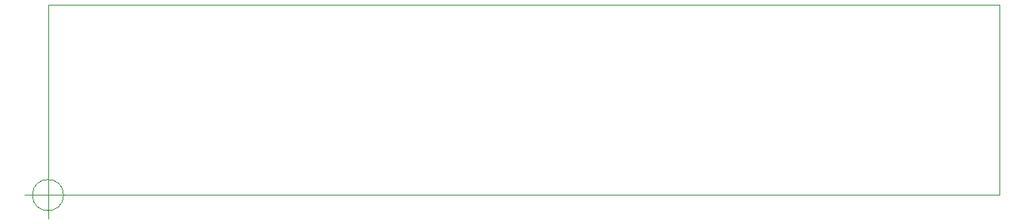
<source format=gm1>
G04 #@! TF.GenerationSoftware,KiCad,Pcbnew,(5.1.2)-2*
G04 #@! TF.CreationDate,2019-11-04T12:19:55+09:00*
G04 #@! TF.ProjectId,Kicad_sehd_mv,4b696361-645f-4736-9568-645f6d762e6b,1.0*
G04 #@! TF.SameCoordinates,Original*
G04 #@! TF.FileFunction,Profile,NP*
%FSLAX46Y46*%
G04 Gerber Fmt 4.6, Leading zero omitted, Abs format (unit mm)*
G04 Created by KiCad (PCBNEW (5.1.2)-2) date 2019-11-04 12:19:55*
%MOMM*%
%LPD*%
G04 APERTURE LIST*
%ADD10C,0.050000*%
G04 APERTURE END LIST*
D10*
X62230000Y-76200000D02*
X62230000Y-55880000D01*
X163957000Y-76200000D02*
X62230000Y-76200000D01*
X163957000Y-55880000D02*
X163957000Y-76200000D01*
X62230000Y-55880000D02*
X163957000Y-55880000D01*
X63896666Y-76200000D02*
G75*
G03X63896666Y-76200000I-1666666J0D01*
G01*
X59730000Y-76200000D02*
X64730000Y-76200000D01*
X62230000Y-73700000D02*
X62230000Y-78700000D01*
M02*

</source>
